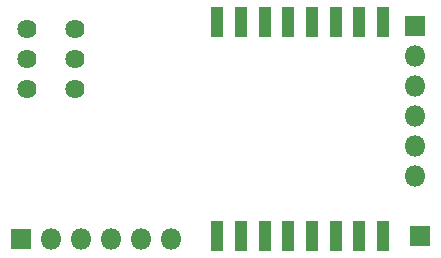
<source format=gbs>
G04 #@! TF.GenerationSoftware,KiCad,Pcbnew,5.0.0-rc2-unknown-a288d61~65~ubuntu18.04.1*
G04 #@! TF.CreationDate,2018-06-25T15:59:21+02:00*
G04 #@! TF.ProjectId,STM32_Sensor,53544D33325F53656E736F722E6B6963,rev?*
G04 #@! TF.SameCoordinates,Original*
G04 #@! TF.FileFunction,Soldermask,Bot*
G04 #@! TF.FilePolarity,Negative*
%FSLAX46Y46*%
G04 Gerber Fmt 4.6, Leading zero omitted, Abs format (unit mm)*
G04 Created by KiCad (PCBNEW 5.0.0-rc2-unknown-a288d61~65~ubuntu18.04.1) date Mon Jun 25 15:59:21 2018*
%MOMM*%
%LPD*%
G01*
G04 APERTURE LIST*
%ADD10R,1.101600X2.601600*%
%ADD11R,1.801600X1.801600*%
%ADD12C,1.625600*%
%ADD13O,1.801600X1.801600*%
G04 APERTURE END LIST*
D10*
G04 #@! TO.C,U2*
X125588000Y-80689000D03*
X127588000Y-80689000D03*
X129588000Y-80689000D03*
X131588000Y-80689000D03*
X133588000Y-80689000D03*
X135588000Y-80689000D03*
X137588000Y-80689000D03*
X139588000Y-80689000D03*
X139588000Y-98889000D03*
X137588000Y-98889000D03*
X135588000Y-98889000D03*
X133588000Y-98889000D03*
X131588000Y-98889000D03*
X129588000Y-98889000D03*
X127588000Y-98889000D03*
X125588000Y-98889000D03*
G04 #@! TD*
D11*
G04 #@! TO.C,J2*
X142750000Y-98820000D03*
G04 #@! TD*
D12*
G04 #@! TO.C,SW2*
X109474000Y-86360000D03*
X109474000Y-83820000D03*
X109474000Y-81280000D03*
G04 #@! TD*
G04 #@! TO.C,SW3*
X113538000Y-81280000D03*
X113538000Y-83820000D03*
X113538000Y-86360000D03*
G04 #@! TD*
D13*
G04 #@! TO.C,J1*
X142340000Y-93730000D03*
X142340000Y-91190000D03*
X142340000Y-88650000D03*
X142340000Y-86110000D03*
X142340000Y-83570000D03*
D11*
X142340000Y-81030000D03*
G04 #@! TD*
D13*
G04 #@! TO.C,J3*
X121666000Y-99060000D03*
X119126000Y-99060000D03*
X116586000Y-99060000D03*
X114046000Y-99060000D03*
X111506000Y-99060000D03*
D11*
X108966000Y-99060000D03*
G04 #@! TD*
M02*

</source>
